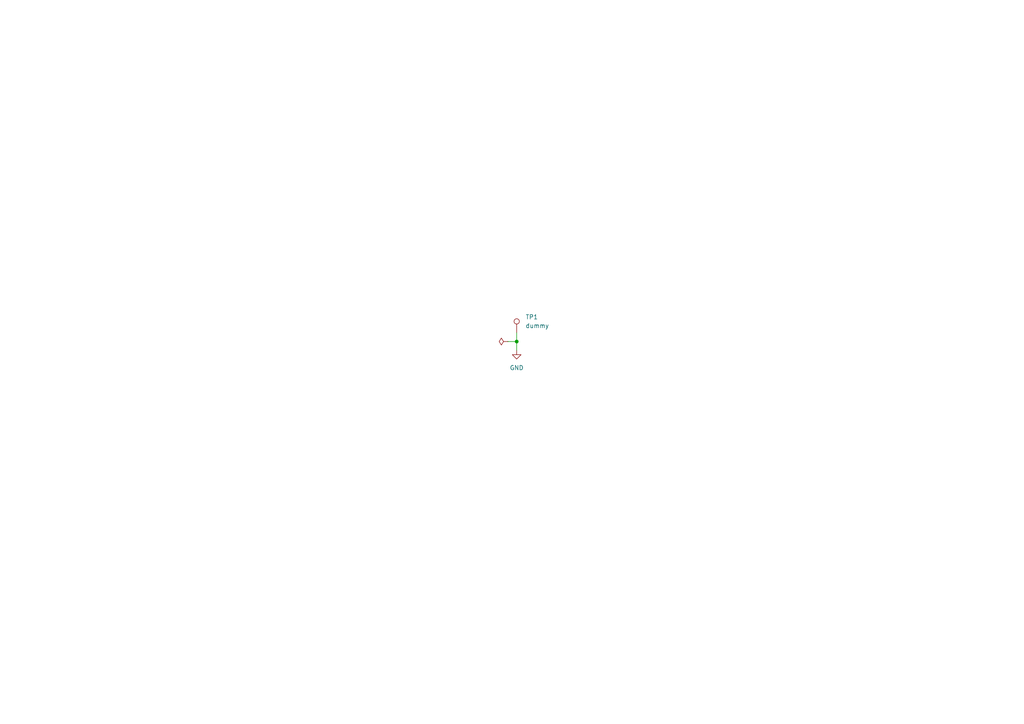
<source format=kicad_sch>
(kicad_sch (version 20211123) (generator eeschema)
  (paper "A4")
  (title_block (title "Micro-Pico Tiny Monosynth") (date "2022-08-04") (rev "0") (comment 1 "creativecommons.org/licences/by/4.0") (comment 2 "Licence: CC by 4.0") (comment 3 "Author: Jordan Aceto"))
  (lib_symbols
    (symbol "Connector:TestPoint" (pin_numbers hide) (pin_names (offset 0.762) hide)
      (property "Reference" "TP" (at 0 6.858 0))
      (property "Value" "TestPoint" (at 0 5.08 0))
      (symbol "TestPoint_0_1"
        (circle (center 0 3.302) (radius 0.762))
      )
      (symbol "TestPoint_1_1"
        (pin passive line (at 0 0 90) (length 2.54) (name "1") (number "1"))
      )
    )
    (symbol "power:GND" (power) (pin_names (offset 0))
      (property "Value" "GND" (at 0 -3.81 0))
      (symbol "GND_0_1"
        (polyline (pts (xy 0 0) (xy 0 -1.27) (xy 1.27 -1.27) (xy 0 -2.54) (xy -1.27 -1.27) (xy 0 -1.27)))
      )
      (symbol "GND_1_1"
        (pin power_in line (at 0 0 270) (length 0) hide (name "GND") (number "1"))
      )
    )
    (symbol "power:PWR_FLAG" (power) (pin_numbers hide) (pin_names (offset 0) hide)
      (property "Value" "PWR_FLAG" (at 0 3.81 0))
      (symbol "PWR_FLAG_0_0"
        (pin power_out line (at 0 0 90) (length 0) (name "pwr") (number "1"))
      )
      (symbol "PWR_FLAG_0_1"
        (polyline (pts (xy 0 0) (xy 0 1.27) (xy -1.016 1.905) (xy 0 2.54) (xy 1.016 1.905) (xy 0 1.27)))
      )
    )
  )
  (junction (at 149.86 99.06))
  (wire (pts (xy 149.86 99.06) (xy 149.86 96.52)))
  (wire (pts (xy 149.86 99.06) (xy 149.86 101.6)))
  (wire (pts (xy 147.32 99.06) (xy 149.86 99.06)))
  (symbol (lib_id "power:GND") (at 149.86 101.6 0) (unit 1)
    (property "Reference" "#PWR0101" (effects hide))
    (property "Value" "GND" (at 149.86 106.68 0))
  )
  (symbol (lib_id "power:PWR_FLAG") (at 147.32 99.06 90) (unit 1)
    (property "Reference" "#FLG0101" (effects hide))
    (property "Value" "PWR_FLAG" (effects hide))
  )
  (symbol (lib_id "Connector:TestPoint") (at 149.86 96.52 0) (unit 1)
    (property "Reference" "TP1" (at 152.4 91.9479 0) (effects (justify left)))
    (property "Value" "dummy" (at 152.4 94.4879 0) (effects (justify left)))
    (property "Footprint" "TestPoint:TestPoint_THTPad_D1.0mm_Drill0.5mm" (effects hide))
  )
)
</source>
